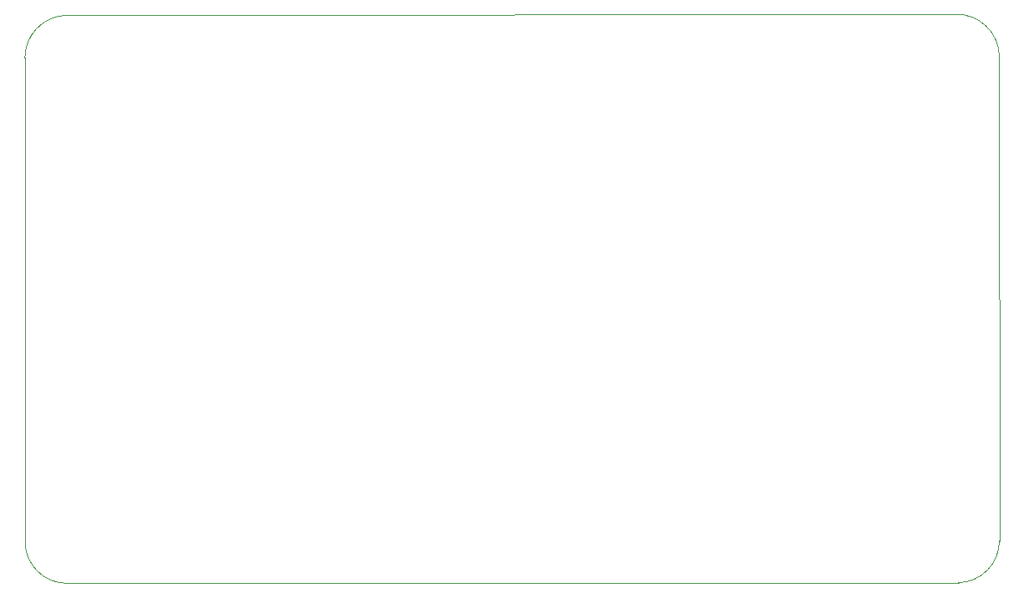
<source format=gbr>
%TF.GenerationSoftware,KiCad,Pcbnew,7.0.7*%
%TF.CreationDate,2023-12-04T17:07:47+01:00*%
%TF.ProjectId,sdrt41,73647274-3431-42e6-9b69-6361645f7063,rev?*%
%TF.SameCoordinates,Original*%
%TF.FileFunction,Profile,NP*%
%FSLAX46Y46*%
G04 Gerber Fmt 4.6, Leading zero omitted, Abs format (unit mm)*
G04 Created by KiCad (PCBNEW 7.0.7) date 2023-12-04 17:07:47*
%MOMM*%
%LPD*%
G01*
G04 APERTURE LIST*
%TA.AperFunction,Profile*%
%ADD10C,0.100000*%
%TD*%
G04 APERTURE END LIST*
D10*
X103373604Y-126298778D02*
X193688541Y-126243528D01*
X99148377Y-122171202D02*
G75*
G03*
X103373604Y-126298778I4225223J98802D01*
G01*
X197819613Y-72692285D02*
G75*
G03*
X193501596Y-68620822I-4318013J-254015D01*
G01*
X197828017Y-122006124D02*
X197819596Y-72692286D01*
X193501596Y-68620822D02*
X103200200Y-68732400D01*
X99136200Y-73050400D02*
X99148377Y-122171202D01*
X103200200Y-68732400D02*
G75*
G03*
X99128736Y-73050400I254000J-4318000D01*
G01*
X193688542Y-126243557D02*
G75*
G03*
X197828017Y-122006124I-99142J4237457D01*
G01*
M02*

</source>
